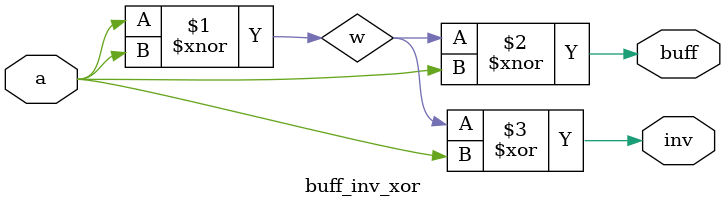
<source format=v>
module buff_inv_xor(output buff,inv,input a);
	wire w;
	assign w = a^~a;
	assign buff = w ^~a;
	assign inv = w^a;
endmodule 
</source>
